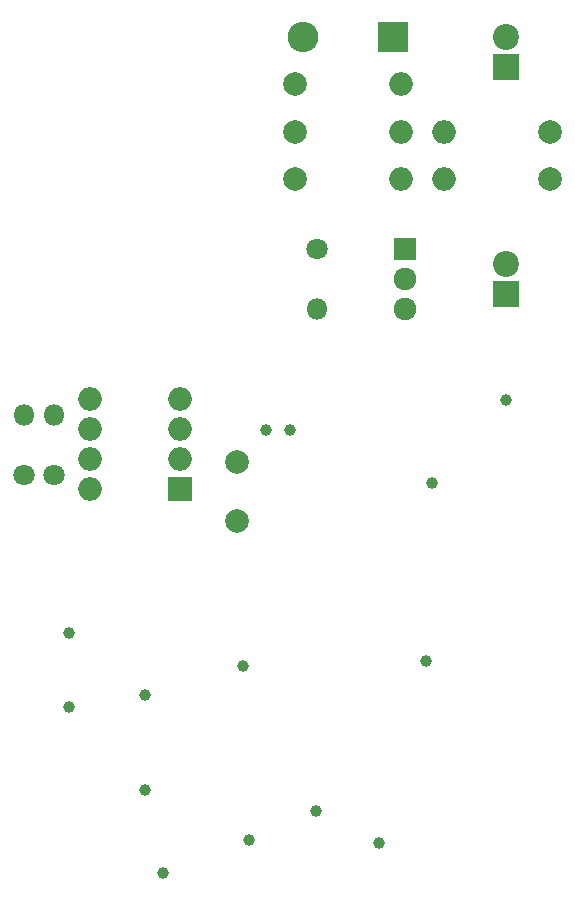
<source format=gbs>
%TF.GenerationSoftware,KiCad,Pcbnew,(6.0.0-rc1-dev-318-g6fdc5972f)*%
%TF.CreationDate,2018-11-08T11:48:15+00:00*%
%TF.ProjectId,SolderChallenge,536F6C6465724368616C6C656E67652E,rev?*%
%TF.SameCoordinates,PX2faf080PY8f0d180*%
%TF.FileFunction,Soldermask,Bot*%
%TF.FilePolarity,Negative*%
%FSLAX46Y46*%
G04 Gerber Fmt 4.6, Leading zero omitted, Abs format (unit mm)*
G04 Created by KiCad (PCBNEW (6.0.0-rc1-dev-318-g6fdc5972f)) date 11/08/18 11:48:15*
%MOMM*%
%LPD*%
G01*
G04 APERTURE LIST*
%ADD10O,2.000000X2.000000*%
%ADD11C,2.000000*%
%ADD12R,2.600000X2.600000*%
%ADD13O,2.600000X2.600000*%
%ADD14C,2.200000*%
%ADD15R,2.200000X2.200000*%
%ADD16R,2.000000X2.000000*%
%ADD17C,1.800000*%
%ADD18O,1.800000X1.800000*%
%ADD19C,1.920000*%
%ADD20R,1.920000X1.920000*%
%ADD21C,1.000000*%
G04 APERTURE END LIST*
D10*
X39000000Y72500000D03*
D11*
X48000000Y72500000D03*
D10*
X39000000Y76500000D03*
D11*
X48000000Y76500000D03*
D10*
X35380000Y72500000D03*
D11*
X26380000Y72500000D03*
D10*
X35380000Y76500000D03*
D11*
X26380000Y76500000D03*
D10*
X35380000Y80500000D03*
D11*
X26380000Y80500000D03*
D12*
X34700000Y84500000D03*
D13*
X27080000Y84500000D03*
D14*
X44250000Y65290000D03*
D15*
X44250000Y62750000D03*
D11*
X21500000Y48500000D03*
X21500000Y43500000D03*
D16*
X16700000Y46200000D03*
D10*
X9080000Y53820000D03*
X16700000Y48740000D03*
X9080000Y51280000D03*
X16700000Y51280000D03*
X9080000Y48740000D03*
X16700000Y53820000D03*
X9080000Y46200000D03*
D17*
X6000000Y47420000D03*
D18*
X6000000Y52500000D03*
D17*
X3500000Y47420000D03*
D18*
X3500000Y52500000D03*
D17*
X28250000Y66550000D03*
D18*
X28250000Y61470000D03*
D15*
X44250000Y82000000D03*
D14*
X44250000Y84540000D03*
D19*
X35750000Y64000000D03*
X35750000Y61460000D03*
D20*
X35750000Y66540000D03*
D21*
X33500000Y16250000D03*
X13750000Y20750000D03*
X7250000Y27750000D03*
X7250000Y34000000D03*
X22500000Y16500000D03*
X15250000Y13750000D03*
X13750000Y28750000D03*
X22000000Y31250000D03*
X38000000Y46750000D03*
X37500000Y31700000D03*
X28200000Y19000000D03*
X44250000Y53750000D03*
X26000000Y51250000D03*
X24000000Y51250000D03*
M02*

</source>
